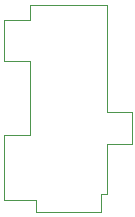
<source format=gbr>
%TF.GenerationSoftware,Altium Limited,Altium Designer,18.1.6 (161)*%
G04 Layer_Color=32896*
%FSLAX26Y26*%
%MOIN*%
%TF.FileFunction,Other,Mechanical_4*%
%TF.Part,Single*%
G01*
G75*
%TA.AperFunction,NonConductor*%
%ADD86C,0.001968*%
D86*
X3967598Y1862441D02*
Y1921496D01*
X3987284D01*
Y2086850D01*
X4069961D01*
Y2193150D01*
X3987284D02*
X4069961D01*
X3987284D02*
Y2551417D01*
X3731378D02*
X3987284D01*
X3731378Y2502205D02*
Y2551417D01*
X3642795Y2502205D02*
X3731378D01*
X3642795Y2364410D02*
Y2502205D01*
Y2364410D02*
X3731378D01*
Y2118347D02*
Y2364410D01*
X3642795Y2118347D02*
X3731378D01*
X3642795Y1901811D02*
Y2118347D01*
Y1901811D02*
X3751063D01*
Y1862441D02*
Y1901811D01*
Y1862441D02*
X3967598D01*
%TF.MD5,521643974c26096fc723ef87d8b6176e*%
M02*

</source>
